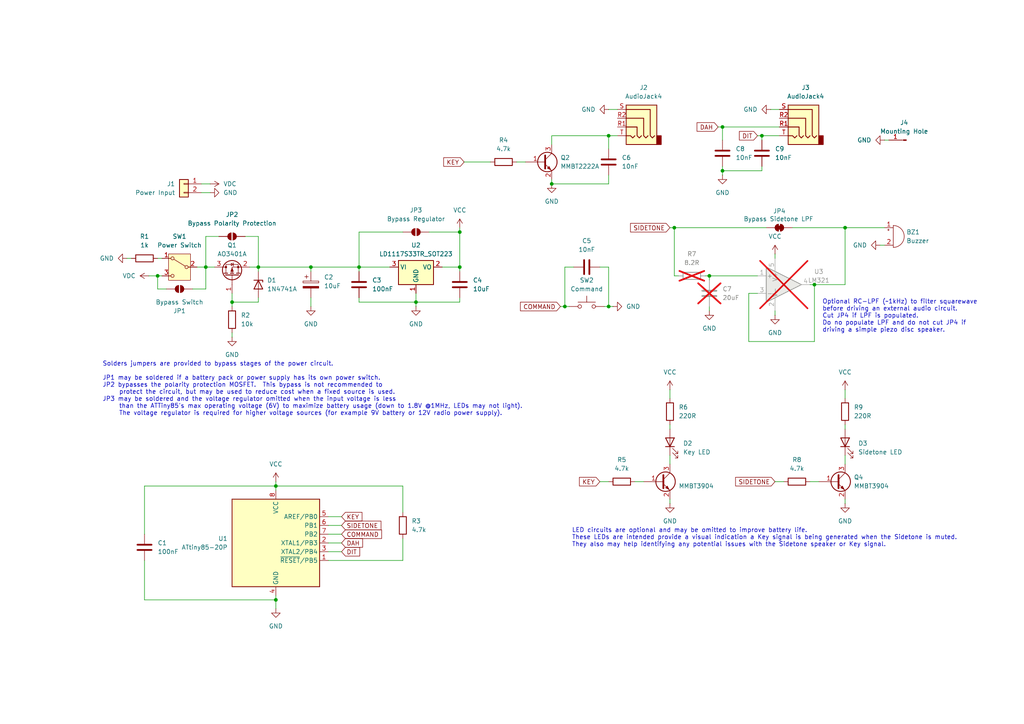
<source format=kicad_sch>
(kicad_sch (version 20231120) (generator "eeschema") (generator_version "8.0")
  (paper "A4")
  (lib_symbols
    (symbol "Amplifier_Operational:LM321" (pin_names (offset 0.127))
      (property "Reference" "U" (at 0 7.62 0))
      (property "Value" "LM321" (at 0 5.08 0))
      (symbol "LM321_0_1"
        (polyline (pts (xy -5.08 5.08) (xy 5.08 0) (xy -5.08 -5.08) (xy -5.08 5.08)) (stroke (width 0.254)) (fill (type background)))
      )
      (symbol "LM321_1_1"
        (pin input line (at -7.62 2.54 0) (length 2.54) (name "+") (number "1"))
        (pin power_in line (at -2.54 -7.62 90) (length 3.81) (name "V-") (number "2"))
        (pin input line (at -7.62 -2.54 0) (length 2.54) (name "-") (number "3"))
        (pin output line (at 7.62 0 180) (length 2.54) (name "~") (number "4"))
        (pin power_in line (at -2.54 7.62 270) (length 3.81) (name "V+") (number "5"))
      )
    )
    (symbol "Connector:Conn_01x01_Pin" (pin_names (offset 1.016) hide)
      (property "Reference" "J" (at 0 2.54 0))
      (property "Value" "Conn_01x01_Pin" (at 0 -2.54 0))
      (symbol "Conn_01x01_Pin_1_1"
        (polyline (pts (xy 1.27 0) (xy 0.8636 0)) (stroke (width 0.1524)))
        (rectangle (start 0.8636 0.127) (end 0 -0.127) (stroke (width 0.1524)) (fill (type outline)))
        (pin passive line (at 5.08 0 180) (length 3.81) (name "Pin_1") (number "1"))
      )
    )
    (symbol "Connector_Audio:AudioJack4"
      (property "Reference" "J" (at 0 8.89 0))
      (property "Value" "AudioJack4" (at 0 6.35 0))
      (symbol "AudioJack4_0_1"
        (rectangle (start -6.35 -5.08) (end -7.62 -7.62) (stroke (width 0.254)) (fill (type outline)))
        (polyline (pts (xy 0 -5.08) (xy 0.635 -5.715) (xy 1.27 -5.08) (xy 2.54 -5.08)) (stroke (width 0.254)))
        (polyline (pts (xy -5.715 -5.08) (xy -5.08 -5.715) (xy -4.445 -5.08) (xy -4.445 2.54) (xy 2.54 2.54)) (stroke (width 0.254)))
        (polyline (pts (xy -1.905 -5.08) (xy -1.27 -5.715) (xy -0.635 -5.08) (xy -0.635 -2.54) (xy 2.54 -2.54)) (stroke (width 0.254)))
        (polyline (pts (xy 2.54 0) (xy -2.54 0) (xy -2.54 -5.08) (xy -3.175 -5.715) (xy -3.81 -5.08)) (stroke (width 0.254)))
        (rectangle (start 2.54 3.81) (end -6.35 -7.62) (stroke (width 0.254)) (fill (type background)))
      )
      (symbol "AudioJack4_1_1"
        (pin passive line (at 5.08 -2.54 180) (length 2.54) (name "~") (number "R1"))
        (pin passive line (at 5.08 0 180) (length 2.54) (name "~") (number "R2"))
        (pin passive line (at 5.08 2.54 180) (length 2.54) (name "~") (number "S"))
        (pin passive line (at 5.08 -5.08 180) (length 2.54) (name "~") (number "T"))
      )
    )
    (symbol "Connector_Generic:Conn_01x02" (pin_names (offset 1.016) hide)
      (property "Reference" "J" (at 0 2.54 0))
      (property "Value" "Conn_01x02" (at 0 -5.08 0))
      (symbol "Conn_01x02_1_1"
        (rectangle (start -1.27 -2.413) (end 0 -2.667) (stroke (width 0.1524)))
        (rectangle (start -1.27 0.127) (end 0 -0.127) (stroke (width 0.1524)))
        (rectangle (start -1.27 1.27) (end 1.27 -3.81) (stroke (width 0.254)) (fill (type background)))
        (pin passive line (at -5.08 0 0) (length 3.81) (name "Pin_1") (number "1"))
        (pin passive line (at -5.08 -2.54 0) (length 3.81) (name "Pin_2") (number "2"))
      )
    )
    (symbol "Device:Buzzer" (pin_names (offset 0.0254) hide)
      (property "Reference" "BZ" (at 3.81 1.27 0))
      (property "Value" "Buzzer" (at 3.81 -1.27 0))
      (symbol "Buzzer_0_1"
        (arc (start 0 -3.175) (mid 3.1612 0) (end 0 3.175))
        (polyline (pts (xy -1.651 1.905) (xy -1.143 1.905)))
        (polyline (pts (xy -1.397 2.159) (xy -1.397 1.651)))
        (polyline (pts (xy 0 3.175) (xy 0 -3.175)))
      )
      (symbol "Buzzer_1_1"
        (pin passive line (at -2.54 2.54 0) (length 2.54) (name "+") (number "1"))
        (pin passive line (at -2.54 -2.54 0) (length 2.54) (name "-") (number "2"))
      )
    )
    (symbol "Device:C" (pin_numbers hide) (pin_names (offset 0.254))
      (property "Reference" "C" (at 0.635 2.54 0))
      (property "Value" "C" (at 0.635 -2.54 0))
      (symbol "C_0_1"
        (polyline (pts (xy -2.032 -0.762) (xy 2.032 -0.762)) (stroke (width 0.508)))
        (polyline (pts (xy -2.032 0.762) (xy 2.032 0.762)) (stroke (width 0.508)))
      )
      (symbol "C_1_1"
        (pin passive line (at 0 3.81 270) (length 2.794) (name "~") (number "1"))
        (pin passive line (at 0 -3.81 90) (length 2.794) (name "~") (number "2"))
      )
    )
    (symbol "Device:C_Polarized" (pin_numbers hide) (pin_names (offset 0.254))
      (property "Reference" "C" (at 0.635 2.54 0))
      (property "Value" "C_Polarized" (at 0.635 -2.54 0))
      (symbol "C_Polarized_0_1"
        (rectangle (start -2.286 0.508) (end 2.286 1.016))
        (polyline (pts (xy -1.778 2.286) (xy -0.762 2.286)))
        (polyline (pts (xy -1.27 2.794) (xy -1.27 1.778)))
        (rectangle (start 2.286 -0.508) (end -2.286 -1.016) (fill (type outline)))
      )
      (symbol "C_Polarized_1_1"
        (pin passive line (at 0 3.81 270) (length 2.794) (name "~") (number "1"))
        (pin passive line (at 0 -3.81 90) (length 2.794) (name "~") (number "2"))
      )
    )
    (symbol "Device:LED" (pin_numbers hide) (pin_names (offset 1.016) hide)
      (property "Reference" "D" (at 0 2.54 0))
      (property "Value" "LED" (at 0 -2.54 0))
      (symbol "LED_0_1"
        (polyline (pts (xy -1.27 -1.27) (xy -1.27 1.27)) (stroke (width 0.254)))
        (polyline (pts (xy -1.27 0) (xy 1.27 0)))
        (polyline (pts (xy 1.27 -1.27) (xy 1.27 1.27) (xy -1.27 0) (xy 1.27 -1.27)) (stroke (width 0.254)))
        (polyline (pts (xy -3.048 -0.762) (xy -4.572 -2.286) (xy -3.81 -2.286) (xy -4.572 -2.286) (xy -4.572 -1.524)))
        (polyline (pts (xy -1.778 -0.762) (xy -3.302 -2.286) (xy -2.54 -2.286) (xy -3.302 -2.286) (xy -3.302 -1.524)))
      )
      (symbol "LED_1_1"
        (pin passive line (at -3.81 0 0) (length 2.54) (name "K") (number "1"))
        (pin passive line (at 3.81 0 180) (length 2.54) (name "A") (number "2"))
      )
    )
    (symbol "Device:R" (pin_numbers hide) (pin_names (offset 0))
      (property "Reference" "R" (at 2.032 0 90))
      (property "Value" "R" (at 0 0 90))
      (symbol "R_0_1"
        (rectangle (start -1.016 -2.54) (end 1.016 2.54) (stroke (width 0.254)))
      )
      (symbol "R_1_1"
        (pin passive line (at 0 3.81 270) (length 1.27) (name "~") (number "1"))
        (pin passive line (at 0 -3.81 90) (length 1.27) (name "~") (number "2"))
      )
    )
    (symbol "Diode:1N47xxA" (pin_numbers hide) (pin_names hide)
      (property "Reference" "D" (at 0 2.54 0))
      (property "Value" "1N47xxA" (at 0 -2.54 0))
      (symbol "1N47xxA_0_1"
        (polyline (pts (xy 1.27 0) (xy -1.27 0)))
        (polyline (pts (xy -1.27 -1.27) (xy -1.27 1.27) (xy -0.762 1.27)) (stroke (width 0.254)))
        (polyline (pts (xy 1.27 -1.27) (xy 1.27 1.27) (xy -1.27 0) (xy 1.27 -1.27)) (stroke (width 0.254)))
      )
      (symbol "1N47xxA_1_1"
        (pin passive line (at -3.81 0 0) (length 2.54) (name "K") (number "1"))
        (pin passive line (at 3.81 0 180) (length 2.54) (name "A") (number "2"))
      )
    )
    (symbol "Jumper:SolderJumper_2_Bridged" (pin_numbers hide) (pin_names (offset 0) hide) (exclude_from_sim yes) (in_bom no)
      (property "Reference" "JP" (at 0 2.032 0))
      (property "Value" "SolderJumper_2_Bridged" (at 0 -2.54 0))
      (symbol "SolderJumper_2_Bridged_0_1"
        (rectangle (start -0.508 0.508) (end 0.508 -0.508) (fill (type outline)))
        (arc (start -0.254 1.016) (mid -1.2656 0) (end -0.254 -1.016))
        (arc (start -0.254 1.016) (mid -1.2656 0) (end -0.254 -1.016) (fill (type outline)))
        (polyline (pts (xy -0.254 1.016) (xy -0.254 -1.016)))
        (polyline (pts (xy 0.254 1.016) (xy 0.254 -1.016)))
        (arc (start 0.254 -1.016) (mid 1.2656 0) (end 0.254 1.016))
        (arc (start 0.254 -1.016) (mid 1.2656 0) (end 0.254 1.016) (fill (type outline)))
      )
      (symbol "SolderJumper_2_Bridged_1_1"
        (pin passive line (at -3.81 0 0) (length 2.54) (name "A") (number "1"))
        (pin passive line (at 3.81 0 180) (length 2.54) (name "B") (number "2"))
      )
    )
    (symbol "Jumper:SolderJumper_2_Open" (pin_numbers hide) (pin_names (offset 0) hide) (exclude_from_sim yes) (in_bom no)
      (property "Reference" "JP" (at 0 2.032 0))
      (property "Value" "SolderJumper_2_Open" (at 0 -2.54 0))
      (symbol "SolderJumper_2_Open_0_1"
        (arc (start -0.254 1.016) (mid -1.2656 0) (end -0.254 -1.016))
        (arc (start -0.254 1.016) (mid -1.2656 0) (end -0.254 -1.016) (fill (type outline)))
        (polyline (pts (xy -0.254 1.016) (xy -0.254 -1.016)))
        (polyline (pts (xy 0.254 1.016) (xy 0.254 -1.016)))
        (arc (start 0.254 -1.016) (mid 1.2656 0) (end 0.254 1.016))
        (arc (start 0.254 -1.016) (mid 1.2656 0) (end 0.254 1.016) (fill (type outline)))
      )
      (symbol "SolderJumper_2_Open_1_1"
        (pin passive line (at -3.81 0 0) (length 2.54) (name "A") (number "1"))
        (pin passive line (at 3.81 0 180) (length 2.54) (name "B") (number "2"))
      )
    )
    (symbol "MCU_Microchip_ATtiny:ATtiny85-20P"
      (property "Reference" "U" (at -12.7 13.97 0))
      (property "Value" "ATtiny85-20P" (at 2.54 -13.97 0))
      (symbol "ATtiny85-20P_0_1"
        (rectangle (start -12.7 -12.7) (end 12.7 12.7) (stroke (width 0.254)) (fill (type background)))
      )
      (symbol "ATtiny85-20P_1_1"
        (pin bidirectional line (at 15.24 -5.08 180) (length 2.54) (name "~{RESET}/PB5") (number "1"))
        (pin bidirectional line (at 15.24 0 180) (length 2.54) (name "XTAL1/PB3") (number "2"))
        (pin bidirectional line (at 15.24 -2.54 180) (length 2.54) (name "XTAL2/PB4") (number "3"))
        (pin power_in line (at 0 -15.24 90) (length 2.54) (name "GND") (number "4"))
        (pin bidirectional line (at 15.24 7.62 180) (length 2.54) (name "AREF/PB0") (number "5"))
        (pin bidirectional line (at 15.24 5.08 180) (length 2.54) (name "PB1") (number "6"))
        (pin bidirectional line (at 15.24 2.54 180) (length 2.54) (name "PB2") (number "7"))
        (pin power_in line (at 0 15.24 270) (length 2.54) (name "VCC") (number "8"))
      )
    )
    (symbol "Regulator_Linear:LD1117S33TR_SOT223"
      (property "Reference" "U" (at -3.81 3.175 0))
      (property "Value" "LD1117S33TR_SOT223" (at 0 3.175 0))
      (symbol "LD1117S33TR_SOT223_0_1"
        (rectangle (start -5.08 -5.08) (end 5.08 1.905) (stroke (width 0.254)) (fill (type background)))
      )
      (symbol "LD1117S33TR_SOT223_1_1"
        (pin power_in line (at 0 -7.62 90) (length 2.54) (name "GND") (number "1"))
        (pin power_out line (at 7.62 0 180) (length 2.54) (name "VO") (number "2"))
        (pin power_in line (at -7.62 0 0) (length 2.54) (name "VI") (number "3"))
      )
    )
    (symbol "Switch:SW_Push" (pin_numbers hide) (pin_names (offset 1.016) hide)
      (property "Reference" "SW" (at 1.27 2.54 0))
      (property "Value" "SW_Push" (at 0 -1.524 0))
      (symbol "SW_Push_0_1"
        (circle (center -2.032 0) (radius 0.508))
        (polyline (pts (xy 0 1.27) (xy 0 3.048)))
        (polyline (pts (xy 2.54 1.27) (xy -2.54 1.27)))
        (circle (center 2.032 0) (radius 0.508))
        (pin passive line (at -5.08 0 0) (length 2.54) (name "1") (number "1"))
        (pin passive line (at 5.08 0 180) (length 2.54) (name "2") (number "2"))
      )
    )
    (symbol "Switch:SW_SPDT" (pin_names (offset 0) hide)
      (property "Reference" "SW" (at 0 5.08 0))
      (property "Value" "SW_SPDT" (at 0 -5.08 0))
      (symbol "SW_SPDT_0_1"
        (circle (center -2.032 0) (radius 0.4572))
        (polyline (pts (xy -1.651 0.254) (xy 1.651 2.286)))
        (circle (center 2.032 -2.54) (radius 0.4572))
        (circle (center 2.032 2.54) (radius 0.4572))
      )
      (symbol "SW_SPDT_1_1"
        (rectangle (start -3.175 3.81) (end 3.175 -3.81) (fill (type background)))
        (pin passive line (at 5.08 2.54 180) (length 2.54) (name "A") (number "1"))
        (pin passive line (at -5.08 0 0) (length 2.54) (name "B") (number "2"))
        (pin passive line (at 5.08 -2.54 180) (length 2.54) (name "C") (number "3"))
      )
    )
    (symbol "Transistor_BJT:MMBT2222A" (pin_names (offset 0) hide)
      (property "Reference" "Q" (at 5.08 1.905 0))
      (property "Value" "MMBT2222A" (at 5.08 0 0))
      (symbol "MMBT2222A_0_1"
        (polyline (pts (xy 0.635 0.635) (xy 2.54 2.54)))
        (polyline (pts (xy 0.635 -0.635) (xy 2.54 -2.54) (xy 2.54 -2.54)))
        (polyline (pts (xy 0.635 1.905) (xy 0.635 -1.905) (xy 0.635 -1.905)) (stroke (width 0.508)))
        (polyline (pts (xy 1.27 -1.778) (xy 1.778 -1.27) (xy 2.286 -2.286) (xy 1.27 -1.778) (xy 1.27 -1.778)) (fill (type outline)))
        (circle (center 1.27 0) (radius 2.8194) (stroke (width 0.254)))
      )
      (symbol "MMBT2222A_1_1"
        (pin input line (at -5.08 0 0) (length 5.715) (name "B") (number "1"))
        (pin passive line (at 2.54 -5.08 90) (length 2.54) (name "E") (number "2"))
        (pin passive line (at 2.54 5.08 270) (length 2.54) (name "C") (number "3"))
      )
    )
    (symbol "Transistor_BJT:MMBT3904" (pin_names (offset 0) hide)
      (property "Reference" "Q" (at 5.08 1.905 0))
      (property "Value" "MMBT3904" (at 5.08 0 0))
      (symbol "MMBT3904_0_1"
        (polyline (pts (xy 0.635 0.635) (xy 2.54 2.54)))
        (polyline (pts (xy 0.635 -0.635) (xy 2.54 -2.54) (xy 2.54 -2.54)))
        (polyline (pts (xy 0.635 1.905) (xy 0.635 -1.905) (xy 0.635 -1.905)) (stroke (width 0.508)))
        (polyline (pts (xy 1.27 -1.778) (xy 1.778 -1.27) (xy 2.286 -2.286) (xy 1.27 -1.778) (xy 1.27 -1.778)) (fill (type outline)))
        (circle (center 1.27 0) (radius 2.8194) (stroke (width 0.254)))
      )
      (symbol "MMBT3904_1_1"
        (pin input line (at -5.08 0 0) (length 5.715) (name "B") (number "1"))
        (pin passive line (at 2.54 -5.08 90) (length 2.54) (name "E") (number "2"))
        (pin passive line (at 2.54 5.08 270) (length 2.54) (name "C") (number "3"))
      )
    )
    (symbol "Transistor_FET:AO3401A" (pin_names hide)
      (property "Reference" "Q" (at 5.08 1.905 0))
      (property "Value" "AO3401A" (at 5.08 0 0))
      (symbol "AO3401A_0_1"
        (polyline (pts (xy 0.254 0) (xy -2.54 0)))
        (polyline (pts (xy 0.254 1.905) (xy 0.254 -1.905)) (stroke (width 0.254)))
        (polyline (pts (xy 0.762 -1.27) (xy 0.762 -2.286)) (stroke (width 0.254)))
        (polyline (pts (xy 0.762 0.508) (xy 0.762 -0.508)) (stroke (width 0.254)))
        (polyline (pts (xy 0.762 2.286) (xy 0.762 1.27)) (stroke (width 0.254)))
        (polyline (pts (xy 2.54 2.54) (xy 2.54 1.778)))
        (polyline (pts (xy 2.54 -2.54) (xy 2.54 0) (xy 0.762 0)))
        (polyline (pts (xy 0.762 1.778) (xy 3.302 1.778) (xy 3.302 -1.778) (xy 0.762 -1.778)))
        (polyline (pts (xy 2.286 0) (xy 1.27 0.381) (xy 1.27 -0.381) (xy 2.286 0)) (fill (type outline)))
        (polyline (pts (xy 2.794 -0.508) (xy 2.921 -0.381) (xy 3.683 -0.381) (xy 3.81 -0.254)))
        (polyline (pts (xy 3.302 -0.381) (xy 2.921 0.254) (xy 3.683 0.254) (xy 3.302 -0.381)))
        (circle (center 1.651 0) (radius 2.794) (stroke (width 0.254)))
        (circle (center 2.54 -1.778) (radius 0.254) (fill (type outline)))
        (circle (center 2.54 1.778) (radius 0.254) (fill (type outline)))
      )
      (symbol "AO3401A_1_1"
        (pin input line (at -5.08 0 0) (length 2.54) (name "G") (number "1"))
        (pin passive line (at 2.54 -5.08 90) (length 2.54) (name "S") (number "2"))
        (pin passive line (at 2.54 5.08 270) (length 2.54) (name "D") (number "3"))
      )
    )
    (symbol "power:GND" (power) (pin_numbers hide) (pin_names (offset 0) hide)
      (property "Value" "GND" (at 0 -3.81 0))
      (symbol "GND_0_1"
        (polyline (pts (xy 0 0) (xy 0 -1.27) (xy 1.27 -1.27) (xy 0 -2.54) (xy -1.27 -1.27) (xy 0 -1.27)))
      )
      (symbol "GND_1_1"
        (pin power_in line (at 0 0 270) (length 0) (name "~") (number "1"))
      )
    )
    (symbol "power:VCC" (power) (pin_numbers hide) (pin_names (offset 0) hide)
      (property "Value" "VCC" (at 0 3.556 0))
      (symbol "VCC_0_1"
        (polyline (pts (xy -0.762 1.27) (xy 0 2.54)))
        (polyline (pts (xy 0 0) (xy 0 2.54)))
        (polyline (pts (xy 0 2.54) (xy 0.762 1.27)))
      )
      (symbol "VCC_1_1"
        (pin power_in line (at 0 0 90) (length 0) (name "~") (number "1"))
      )
    )
    (symbol "power:VDC" (power) (pin_numbers hide) (pin_names (offset 0) hide)
      (property "Value" "VDC" (at 0 3.556 0))
      (symbol "VDC_0_1"
        (polyline (pts (xy -0.762 1.27) (xy 0 2.54)))
        (polyline (pts (xy 0 0) (xy 0 2.54)))
        (polyline (pts (xy 0 2.54) (xy 0.762 1.27)))
      )
      (symbol "VDC_1_1"
        (pin power_in line (at 0 0 90) (length 0) (name "~") (number "1"))
      )
    )
  )
  (junction (at 74.93 77.47))
  (junction (at 236.22 82.55))
  (junction (at 176.53 88.9))
  (junction (at 104.14 77.47))
  (junction (at 80.01 173.99))
  (junction (at 209.55 36.83))
  (junction (at 176.53 39.37))
  (junction (at 67.31 87.63))
  (junction (at 205.74 80.01))
  (junction (at 133.35 77.47))
  (junction (at 163.83 88.9))
  (junction (at 45.72 80.01))
  (junction (at 80.01 140.97))
  (junction (at 90.17 77.47))
  (junction (at 160.02 53.34))
  (junction (at 120.65 87.63))
  (junction (at 220.98 39.37))
  (junction (at 59.69 77.47))
  (junction (at 195.58 66.04))
  (junction (at 209.55 49.53))
  (junction (at 245.11 66.04))
  (junction (at 133.35 67.31))
  (wire (pts (xy 245.11 123.19) (xy 245.11 124.46)))
  (wire (pts (xy 63.5 68.58) (xy 59.69 68.58)))
  (wire (pts (xy 128.27 77.47) (xy 133.35 77.47)))
  (wire (pts (xy 194.31 123.19) (xy 194.31 124.46)))
  (wire (pts (xy 58.42 55.88) (xy 60.96 55.88)))
  (wire (pts (xy 194.31 66.04) (xy 195.58 66.04)))
  (wire (pts (xy 234.95 82.55) (xy 236.22 82.55)))
  (wire (pts (xy 217.17 85.09) (xy 217.17 99.06)))
  (wire (pts (xy 194.31 144.78) (xy 194.31 146.05)))
  (wire (pts (xy 163.83 88.9) (xy 165.1 88.9)))
  (wire (pts (xy 176.53 88.9) (xy 177.8 88.9)))
  (wire (pts (xy 41.91 173.99) (xy 80.01 173.99)))
  (wire (pts (xy 205.74 90.17) (xy 205.74 88.9)))
  (wire (pts (xy 220.98 49.53) (xy 209.55 49.53)))
  (wire (pts (xy 173.99 77.47) (xy 176.53 77.47)))
  (wire (pts (xy 90.17 77.47) (xy 104.14 77.47)))
  (wire (pts (xy 45.72 80.01) (xy 46.99 80.01)))
  (wire (pts (xy 48.26 83.82) (xy 45.72 83.82)))
  (wire (pts (xy 116.84 162.56) (xy 116.84 156.21)))
  (wire (pts (xy 194.31 132.08) (xy 194.31 134.62)))
  (wire (pts (xy 176.53 50.8) (xy 176.53 53.34)))
  (wire (pts (xy 59.69 77.47) (xy 62.23 77.47)))
  (wire (pts (xy 67.31 96.52) (xy 67.31 97.79)))
  (wire (pts (xy 205.74 80.01) (xy 205.74 81.28)))
  (wire (pts (xy 205.74 80.01) (xy 219.71 80.01)))
  (wire (pts (xy 45.72 83.82) (xy 45.72 80.01)))
  (wire (pts (xy 133.35 86.36) (xy 133.35 87.63)))
  (wire (pts (xy 71.12 68.58) (xy 74.93 68.58)))
  (wire (pts (xy 195.58 66.04) (xy 222.25 66.04)))
  (wire (pts (xy 80.01 139.7) (xy 80.01 140.97)))
  (wire (pts (xy 220.98 40.64) (xy 220.98 39.37)))
  (wire (pts (xy 95.25 152.4) (xy 99.06 152.4)))
  (wire (pts (xy 95.25 157.48) (xy 99.06 157.48)))
  (wire (pts (xy 245.11 66.04) (xy 256.54 66.04)))
  (wire (pts (xy 104.14 86.36) (xy 104.14 87.63)))
  (wire (pts (xy 163.83 77.47) (xy 163.83 88.9)))
  (wire (pts (xy 133.35 77.47) (xy 133.35 67.31)))
  (wire (pts (xy 104.14 77.47) (xy 104.14 78.74)))
  (wire (pts (xy 175.26 88.9) (xy 176.53 88.9)))
  (wire (pts (xy 224.79 139.7) (xy 227.33 139.7)))
  (wire (pts (xy 134.62 46.99) (xy 142.24 46.99)))
  (wire (pts (xy 133.35 77.47) (xy 133.35 78.74)))
  (wire (pts (xy 229.87 66.04) (xy 245.11 66.04)))
  (wire (pts (xy 220.98 39.37) (xy 226.06 39.37)))
  (wire (pts (xy 176.53 77.47) (xy 176.53 88.9)))
  (wire (pts (xy 194.31 113.03) (xy 194.31 115.57)))
  (wire (pts (xy 245.11 144.78) (xy 245.11 146.05)))
  (wire (pts (xy 195.58 66.04) (xy 195.58 80.01)))
  (wire (pts (xy 204.47 80.01) (xy 205.74 80.01)))
  (wire (pts (xy 224.79 73.66) (xy 224.79 74.93)))
  (wire (pts (xy 43.18 80.01) (xy 45.72 80.01)))
  (wire (pts (xy 55.88 83.82) (xy 59.69 83.82)))
  (wire (pts (xy 133.35 67.31) (xy 133.35 66.04)))
  (wire (pts (xy 41.91 162.56) (xy 41.91 173.99)))
  (wire (pts (xy 95.25 149.86) (xy 99.06 149.86)))
  (wire (pts (xy 209.55 49.53) (xy 209.55 50.8)))
  (wire (pts (xy 176.53 53.34) (xy 160.02 53.34)))
  (wire (pts (xy 179.07 39.37) (xy 176.53 39.37)))
  (wire (pts (xy 166.37 77.47) (xy 163.83 77.47)))
  (wire (pts (xy 176.53 31.75) (xy 179.07 31.75)))
  (wire (pts (xy 74.93 68.58) (xy 74.93 77.47)))
  (wire (pts (xy 234.95 139.7) (xy 237.49 139.7)))
  (wire (pts (xy 104.14 67.31) (xy 104.14 77.47)))
  (wire (pts (xy 80.01 173.99) (xy 80.01 176.53)))
  (wire (pts (xy 74.93 87.63) (xy 67.31 87.63)))
  (wire (pts (xy 72.39 77.47) (xy 74.93 77.47)))
  (wire (pts (xy 120.65 87.63) (xy 120.65 88.9)))
  (wire (pts (xy 116.84 67.31) (xy 104.14 67.31)))
  (wire (pts (xy 74.93 86.36) (xy 74.93 87.63)))
  (wire (pts (xy 149.86 46.99) (xy 152.4 46.99)))
  (wire (pts (xy 58.42 53.34) (xy 60.96 53.34)))
  (wire (pts (xy 220.98 48.26) (xy 220.98 49.53)))
  (wire (pts (xy 104.14 77.47) (xy 113.03 77.47)))
  (wire (pts (xy 67.31 87.63) (xy 67.31 88.9)))
  (wire (pts (xy 160.02 52.07) (xy 160.02 53.34)))
  (wire (pts (xy 176.53 39.37) (xy 160.02 39.37)))
  (wire (pts (xy 36.83 74.93) (xy 38.1 74.93)))
  (wire (pts (xy 223.52 31.75) (xy 226.06 31.75)))
  (wire (pts (xy 67.31 85.09) (xy 67.31 87.63)))
  (wire (pts (xy 256.54 40.64) (xy 257.81 40.64)))
  (wire (pts (xy 80.01 140.97) (xy 80.01 142.24)))
  (wire (pts (xy 80.01 140.97) (xy 41.91 140.97)))
  (wire (pts (xy 236.22 82.55) (xy 245.11 82.55)))
  (wire (pts (xy 208.28 36.83) (xy 209.55 36.83)))
  (wire (pts (xy 116.84 140.97) (xy 80.01 140.97)))
  (wire (pts (xy 256.54 71.12) (xy 255.27 71.12)))
  (wire (pts (xy 41.91 140.97) (xy 41.91 154.94)))
  (wire (pts (xy 219.71 39.37) (xy 220.98 39.37)))
  (wire (pts (xy 236.22 82.55) (xy 236.22 99.06)))
  (wire (pts (xy 245.11 132.08) (xy 245.11 134.62)))
  (wire (pts (xy 245.11 82.55) (xy 245.11 66.04)))
  (wire (pts (xy 209.55 36.83) (xy 209.55 40.64)))
  (wire (pts (xy 195.58 80.01) (xy 196.85 80.01)))
  (wire (pts (xy 224.79 90.17) (xy 224.79 91.44)))
  (wire (pts (xy 217.17 85.09) (xy 219.71 85.09)))
  (wire (pts (xy 226.06 36.83) (xy 209.55 36.83)))
  (wire (pts (xy 90.17 86.36) (xy 90.17 88.9)))
  (wire (pts (xy 95.25 160.02) (xy 99.06 160.02)))
  (wire (pts (xy 80.01 172.72) (xy 80.01 173.99)))
  (wire (pts (xy 209.55 48.26) (xy 209.55 49.53)))
  (wire (pts (xy 59.69 68.58) (xy 59.69 77.47)))
  (wire (pts (xy 74.93 77.47) (xy 74.93 78.74)))
  (wire (pts (xy 45.72 74.93) (xy 46.99 74.93)))
  (wire (pts (xy 95.25 162.56) (xy 116.84 162.56)))
  (wire (pts (xy 95.25 154.94) (xy 99.06 154.94)))
  (wire (pts (xy 116.84 148.59) (xy 116.84 140.97)))
  (wire (pts (xy 124.46 67.31) (xy 133.35 67.31)))
  (wire (pts (xy 184.15 139.7) (xy 186.69 139.7)))
  (wire (pts (xy 59.69 83.82) (xy 59.69 77.47)))
  (wire (pts (xy 57.15 77.47) (xy 59.69 77.47)))
  (wire (pts (xy 133.35 87.63) (xy 120.65 87.63)))
  (wire (pts (xy 90.17 77.47) (xy 90.17 78.74)))
  (wire (pts (xy 236.22 99.06) (xy 217.17 99.06)))
  (wire (pts (xy 162.56 88.9) (xy 163.83 88.9)))
  (wire (pts (xy 176.53 139.7) (xy 173.99 139.7)))
  (wire (pts (xy 160.02 39.37) (xy 160.02 41.91)))
  (wire (pts (xy 104.14 87.63) (xy 120.65 87.63)))
  (wire (pts (xy 120.65 85.09) (xy 120.65 87.63)))
  (wire (pts (xy 245.11 113.03) (xy 245.11 115.57)))
  (wire (pts (xy 74.93 77.47) (xy 90.17 77.47)))
  (wire (pts (xy 176.53 39.37) (xy 176.53 43.18)))
  (text "Optional RC-LPF (~1kHz) to filter squarewave \nbefore driving an external audio circuit.\nCut JP4 if LPF is populated.  \nDo no populate LPF and do not cut JP4 if \ndriving a simple piezo disc speaker." (at 238.506 91.694 0) (effects (font (size 1.27 1.27)) (justify left)))
  (text "LED circuits are optional and may be omitted to improve battery life.  \nThese LEDs are intended provide a visual indication a Key signal is being generated when the Sidetone is muted.  \nThey also may help identifying any potential issues with the Sidetone speaker or Key signal.\n\n" (at 165.862 156.972 0) (effects (font (size 1.27 1.27)) (justify left)))
  (text "Solders jumpers are provided to bypass stages of the power circuit.\n\nJP1 may be soldered if a battery pack or power supply has its own power switch.\nJP2 bypasses the polarity protection MOSFET.  This bypass is not recommended to \n	protect the circuit, but may be used to reduce cost when a fixed source is used.\nJP3 may be soldered and the voltage regulator omitted when the input voltage is less \n	than the ATTiny85's max operating voltage (6V) to maximize battery usage (down to 1.8V @1MHz, LEDs may not light).\n	The voltage regulator is required for higher voltage sources (for example 9V battery or 12V radio power supply)." (at 29.718 112.776 0) (effects (font (size 1.27 1.27)) (justify left)))
  (global_label "COMMAND" (shape input) (at 99.06 154.94 0) (property "Intersheetrefs" "${INTERSHEET_REFS}" (effects (hide yes))))
  (global_label "KEY" (shape input) (at 134.62 46.99 180) (property "Intersheetrefs" "${INTERSHEET_REFS}" (effects (hide yes))))
  (global_label "DIT" (shape input) (at 99.06 160.02 0) (property "Intersheetrefs" "${INTERSHEET_REFS}" (effects (hide yes))))
  (global_label "SIDETONE" (shape input) (at 194.31 66.04 180) (property "Intersheetrefs" "${INTERSHEET_REFS}" (effects (hide yes))))
  (global_label "DIT" (shape input) (at 219.71 39.37 180) (property "Intersheetrefs" "${INTERSHEET_REFS}" (effects (hide yes))))
  (global_label "DAH" (shape input) (at 99.06 157.48 0) (property "Intersheetrefs" "${INTERSHEET_REFS}" (effects (hide yes))))
  (global_label "DAH" (shape input) (at 208.28 36.83 180) (property "Intersheetrefs" "${INTERSHEET_REFS}" (effects (hide yes))))
  (global_label "SIDETONE" (shape input) (at 224.79 139.7 180) (property "Intersheetrefs" "${INTERSHEET_REFS}" (effects (hide yes))))
  (global_label "KEY" (shape input) (at 99.06 149.86 0) (property "Intersheetrefs" "${INTERSHEET_REFS}" (effects (hide yes))))
  (global_label "COMMAND" (shape input) (at 162.56 88.9 180) (property "Intersheetrefs" "${INTERSHEET_REFS}" (effects (hide yes))))
  (global_label "KEY" (shape input) (at 173.99 139.7 180) (property "Intersheetrefs" "${INTERSHEET_REFS}" (effects (hide yes))))
  (global_label "SIDETONE" (shape input) (at 99.06 152.4 0) (property "Intersheetrefs" "${INTERSHEET_REFS}" (effects (hide yes))))
  (symbol (lib_id "Device:C") (at 41.91 158.75 0) (unit 1)
    (property "Reference" "C1" (at 45.72 157.4799 0) (effects (justify left)))
    (property "Value" "100nF" (at 45.72 160.0199 0) (effects (justify left)))
    (property "Footprint" "Capacitor_SMD:C_0603_1608Metric_Pad1.08x0.95mm_HandSolder" (effects (hide yes)))
    (property "Description" "Unpolarized capacitor" (effects (hide yes)))
  )
  (symbol (lib_id "power:VCC") (at 80.01 139.7 0) (unit 1)
    (property "Reference" "#PWR06" (effects (hide yes)))
    (property "Value" "VCC" (at 80.01 134.62 0))
    (property "Description" "Power symbol creates a global label with name \"VCC\"" (effects (hide yes)))
  )
  (symbol (lib_id "power:GND") (at 90.17 88.9 0) (unit 1)
    (property "Reference" "#PWR08" (effects (hide yes)))
    (property "Value" "GND" (at 90.17 93.98 0))
    (property "Description" "Power symbol creates a global label with name \"GND\" , ground" (effects (hide yes)))
  )
  (symbol (lib_id "Device:C") (at 170.18 77.47 90) (unit 1)
    (property "Reference" "C5" (at 170.18 69.85 90))
    (property "Value" "10nF" (at 170.18 72.39 90))
    (property "Footprint" "Capacitor_SMD:C_0603_1608Metric_Pad1.08x0.95mm_HandSolder" (effects (hide yes)))
    (property "Description" "Unpolarized capacitor" (effects (hide yes)))
  )
  (symbol (lib_id "Device:LED") (at 245.11 128.27 90) (unit 1)
    (property "Reference" "D3" (at 248.92 128.5874 90) (effects (justify right)))
    (property "Value" "Sidetone LED" (at 248.92 131.1274 90) (effects (justify right)))
    (property "Footprint" "LED_SMD:LED_0603_1608Metric_Pad1.05x0.95mm_HandSolder" (effects (hide yes)))
    (property "Description" "Light emitting diode" (effects (hide yes)))
  )
  (symbol (lib_id "Connector_Audio:AudioJack4") (at 231.14 34.29 0) (mirror y) (unit 1)
    (property "Reference" "J3" (at 233.68 25.4 0))
    (property "Value" "AudioJack4" (at 233.68 27.94 0))
    (property "Footprint" "Connector_Audio:Jack_3.5mm_PJ320D_Horizontal" (effects (hide yes)))
    (property "Description" "Audio Jack, 4 Poles (TRRS)" (effects (hide yes)))
  )
  (symbol (lib_id "power:GND") (at 194.31 146.05 0) (unit 1)
    (property "Reference" "#PWR015" (effects (hide yes)))
    (property "Value" "GND" (at 194.31 151.13 0))
    (property "Description" "Power symbol creates a global label with name \"GND\" , ground" (effects (hide yes)))
  )
  (symbol (lib_id "Device:C") (at 133.35 82.55 0) (unit 1)
    (property "Reference" "C4" (at 137.16 81.2799 0) (effects (justify left)))
    (property "Value" "10uF" (at 137.16 83.8199 0) (effects (justify left)))
    (property "Footprint" "Capacitor_SMD:C_0603_1608Metric_Pad1.08x0.95mm_HandSolder" (effects (hide yes)))
    (property "Description" "Unpolarized capacitor" (effects (hide yes)))
  )
  (symbol (lib_id "Jumper:SolderJumper_2_Open") (at 67.31 68.58 0) (unit 1) (exclude_from_sim yes) (in_bom no)
    (property "Reference" "JP2" (at 67.31 62.23 0))
    (property "Value" "Bypass Polarity Protection" (at 67.31 64.77 0))
    (property "Footprint" "Jumper:SolderJumper-2_P1.3mm_Open_RoundedPad1.0x1.5mm" (effects (hide yes)))
    (property "Description" "Solder Jumper, 2-pole, open" (effects (hide yes)))
  )
  (symbol (lib_id "power:GND") (at 209.55 50.8 0) (unit 1)
    (property "Reference" "#PWR017" (effects (hide yes)))
    (property "Value" "GND" (at 209.55 55.88 0))
    (property "Description" "Power symbol creates a global label with name \"GND\" , ground" (effects (hide yes)))
  )
  (symbol (lib_id "Regulator_Linear:LD1117S33TR_SOT223") (at 120.65 77.47 0) (unit 1)
    (property "Reference" "U2" (at 120.65 71.12 0))
    (property "Value" "LD1117S33TR_SOT223" (at 120.65 73.66 0))
    (property "Footprint" "Package_TO_SOT_SMD:SOT-223-3_TabPin2" (effects (hide yes)))
    (property "Datasheet" "http://www.st.com/st-web-ui/static/active/en/resource/technical/document/datasheet/CD00000544.pdf" (effects (hide yes)))
    (property "Description" "800mA Fixed Low Drop Positive Voltage Regulator, Fixed Output 3.3V, SOT-223" (effects (hide yes)))
  )
  (symbol (lib_id "Device:R") (at 200.66 80.01 270) (unit 1) (dnp yes)
    (property "Reference" "R7" (at 200.66 73.66 90))
    (property "Value" "8.2R" (at 200.66 76.2 90))
    (property "Footprint" "Resistor_SMD:R_0603_1608Metric_Pad0.98x0.95mm_HandSolder" (effects (hide yes)))
    (property "Description" "Resistor" (effects (hide yes)))
  )
  (symbol (lib_id "Connector_Generic:Conn_01x02") (at 53.34 53.34 0) (mirror y) (unit 1)
    (property "Reference" "J1" (at 50.8 53.3399 0) (effects (justify left)))
    (property "Value" "Power Input" (at 50.8 55.8799 0) (effects (justify left)))
    (property "Footprint" "Connector_JST:JST_XH_B2B-XH-A_1x02_P2.50mm_Vertical" (effects (hide yes)))
    (property "Description" "Generic connector, single row, 01x02, script generated (kicad-library-utils/schlib/autogen/connector/)" (effects (hide yes)))
  )
  (symbol (lib_id "Jumper:SolderJumper_2_Bridged") (at 226.06 66.04 0) (unit 1) (exclude_from_sim yes) (in_bom no)
    (property "Reference" "JP4" (at 226.06 61.214 0))
    (property "Value" "Bypass Sidetone LPF" (at 225.806 63.5 0))
    (property "Footprint" "Jumper:SolderJumper-2_P1.3mm_Bridged_RoundedPad1.0x1.5mm" (effects (hide yes)))
    (property "Description" "Solder Jumper, 2-pole, closed/bridged" (effects (hide yes)))
  )
  (symbol (lib_id "power:GND") (at 255.27 71.12 270) (unit 1)
    (property "Reference" "#PWR023" (effects (hide yes)))
    (property "Value" "GND" (at 251.46 71.1199 90) (effects (justify right)))
    (property "Description" "Power symbol creates a global label with name \"GND\" , ground" (effects (hide yes)))
  )
  (symbol (lib_id "Device:C") (at 205.74 85.09 0) (unit 1) (dnp yes)
    (property "Reference" "C7" (at 209.55 83.8199 0) (effects (justify left)))
    (property "Value" "20uF" (at 209.55 86.3599 0) (effects (justify left)))
    (property "Footprint" "Capacitor_SMD:C_0603_1608Metric_Pad1.08x0.95mm_HandSolder" (effects (hide yes)))
    (property "Description" "Unpolarized capacitor" (effects (hide yes)))
  )
  (symbol (lib_id "Device:LED") (at 194.31 128.27 90) (unit 1)
    (property "Reference" "D2" (at 198.12 128.5874 90) (effects (justify right)))
    (property "Value" "Key LED" (at 198.12 131.1274 90) (effects (justify right)))
    (property "Footprint" "LED_SMD:LED_0603_1608Metric_Pad1.05x0.95mm_HandSolder" (effects (hide yes)))
    (property "Description" "Light emitting diode" (effects (hide yes)))
  )
  (symbol (lib_id "Transistor_BJT:MMBT2222A") (at 157.48 46.99 0) (unit 1)
    (property "Reference" "Q2" (at 162.56 45.7199 0) (effects (justify left)))
    (property "Value" "MMBT2222A" (at 162.56 48.2599 0) (effects (justify left)))
    (property "Footprint" "Package_TO_SOT_SMD:SOT-23" (effects (hide yes)))
    (property "Datasheet" "https://assets.nexperia.com/documents/data-sheet/MMBT2222A.pdf" (effects (hide yes)))
    (property "Description" "600mA Ic, 40V Vce, NPN Transistor, SOT-23" (effects (hide yes)))
  )
  (symbol (lib_id "power:GND") (at 245.11 146.05 0) (unit 1)
    (property "Reference" "#PWR022" (effects (hide yes)))
    (property "Value" "GND" (at 245.11 151.13 0))
    (property "Description" "Power symbol creates a global label with name \"GND\" , ground" (effects (hide yes)))
  )
  (symbol (lib_id "Device:R") (at 146.05 46.99 90) (unit 1)
    (property "Reference" "R4" (at 146.05 40.64 90))
    (property "Value" "4.7k" (at 146.05 43.18 90))
    (property "Footprint" "Resistor_SMD:R_0603_1608Metric_Pad0.98x0.95mm_HandSolder" (effects (hide yes)))
    (property "Description" "Resistor" (effects (hide yes)))
  )
  (symbol (lib_id "power:VDC") (at 60.96 53.34 270) (unit 1)
    (property "Reference" "#PWR03" (effects (hide yes)))
    (property "Value" "VDC" (at 64.77 53.3399 90) (effects (justify left)))
    (property "Description" "Power symbol creates a global label with name \"VDC\"" (effects (hide yes)))
  )
  (symbol (lib_id "power:VDC") (at 43.18 80.01 90) (unit 1)
    (property "Reference" "#PWR02" (effects (hide yes)))
    (property "Value" "VDC" (at 39.37 80.0099 90) (effects (justify left)))
    (property "Description" "Power symbol creates a global label with name \"VDC\"" (effects (hide yes)))
  )
  (symbol (lib_id "power:GND") (at 60.96 55.88 90) (unit 1)
    (property "Reference" "#PWR04" (effects (hide yes)))
    (property "Value" "GND" (at 64.77 55.8799 90) (effects (justify right)))
    (property "Description" "Power symbol creates a global label with name \"GND\" , ground" (effects (hide yes)))
  )
  (symbol (lib_id "Device:R") (at 194.31 119.38 0) (unit 1)
    (property "Reference" "R6" (at 196.85 118.1099 0) (effects (justify left)))
    (property "Value" "220R" (at 196.85 120.6499 0) (effects (justify left)))
    (property "Footprint" "Resistor_SMD:R_0603_1608Metric_Pad0.98x0.95mm_HandSolder" (effects (hide yes)))
    (property "Description" "Resistor" (effects (hide yes)))
  )
  (symbol (lib_id "Transistor_BJT:MMBT3904") (at 191.77 139.7 0) (unit 1)
    (property "Reference" "Q3" (effects (hide yes)))
    (property "Value" "MMBT3904" (at 196.85 140.9699 0) (effects (justify left)))
    (property "Footprint" "Package_TO_SOT_SMD:SOT-23" (effects (hide yes)))
    (property "Datasheet" "https://www.onsemi.com/pdf/datasheet/pzt3904-d.pdf" (effects (hide yes)))
    (property "Description" "0.2A Ic, 40V Vce, Small Signal NPN Transistor, SOT-23" (effects (hide yes)))
  )
  (symbol (lib_id "power:GND") (at 223.52 31.75 270) (unit 1)
    (property "Reference" "#PWR018" (effects (hide yes)))
    (property "Value" "GND" (at 219.71 31.7499 90) (effects (justify right)))
    (property "Description" "Power symbol creates a global label with name \"GND\" , ground" (effects (hide yes)))
  )
  (symbol (lib_id "Amplifier_Operational:LM321") (at 227.33 82.55 0) (unit 1) (dnp yes)
    (property "Reference" "U3" (at 237.49 78.7714 0))
    (property "Value" "LM321" (at 237.49 81.3114 0))
    (property "Footprint" "Package_TO_SOT_SMD:SOT-23-5" (effects (hide yes)))
    (property "Datasheet" "http://www.ti.com/lit/ds/symlink/lm321.pdf" (effects (hide yes)))
    (property "Description" "Low Power Single Operational Amplifier, SOT-23-5" (effects (hide yes)))
  )
  (symbol (lib_id "Transistor_FET:AO3401A") (at 67.31 80.01 90) (unit 1)
    (property "Reference" "Q1" (at 67.31 71.12 90))
    (property "Value" "AO3401A" (at 67.31 73.66 90))
    (property "Footprint" "Package_TO_SOT_SMD:SOT-23" (effects (hide yes)))
    (property "Datasheet" "http://www.aosmd.com/pdfs/datasheet/AO3401A.pdf" (effects (hide yes)))
    (property "Description" "-4.0A Id, -30V Vds, P-Channel MOSFET, SOT-23" (effects (hide yes)))
  )
  (symbol (lib_id "power:GND") (at 36.83 74.93 270) (unit 1)
    (property "Reference" "#PWR01" (effects (hide yes)))
    (property "Value" "GND" (at 33.02 74.9299 90) (effects (justify right)))
    (property "Description" "Power symbol creates a global label with name \"GND\" , ground" (effects (hide yes)))
  )
  (symbol (lib_id "Switch:SW_SPDT") (at 52.07 77.47 0) (mirror y) (unit 1)
    (property "Reference" "SW1" (at 52.07 68.58 0))
    (property "Value" "Power Switch" (at 52.07 71.12 0))
    (property "Footprint" "Connector_JST:JST_XH_B3B-XH-A_1x03_P2.50mm_Vertical" (effects (hide yes)))
    (property "Description" "Switch, single pole double throw" (effects (hide yes)))
  )
  (symbol (lib_id "Switch:SW_Push") (at 170.18 88.9 0) (unit 1)
    (property "Reference" "SW2" (at 170.18 81.28 0))
    (property "Value" "Command" (at 170.18 83.82 0))
    (property "Footprint" "Button_Switch_THT:SW_PUSH_6mm" (effects (hide yes)))
    (property "Description" "Push button switch, generic, two pins" (effects (hide yes)))
  )
  (symbol (lib_id "Device:C") (at 220.98 44.45 0) (unit 1)
    (property "Reference" "C9" (at 224.79 43.1799 0) (effects (justify left)))
    (property "Value" "10nF" (at 224.79 45.7199 0) (effects (justify left)))
    (property "Footprint" "Capacitor_SMD:C_0603_1608Metric_Pad1.08x0.95mm_HandSolder" (effects (hide yes)))
    (property "Description" "Unpolarized capacitor" (effects (hide yes)))
  )
  (symbol (lib_id "Connector:Conn_01x01_Pin") (at 262.89 40.64 180) (unit 1)
    (property "Reference" "J4" (at 262.255 35.56 0))
    (property "Value" "Mounting Hole" (at 262.255 38.1 0))
    (property "Footprint" "MountingHole:MountingHole_3.2mm_M3_Pad_TopBottom" (effects (hide yes)))
    (property "Description" "Generic connector, single row, 01x01, script generated" (effects (hide yes)))
  )
  (symbol (lib_id "Device:C") (at 176.53 46.99 0) (unit 1)
    (property "Reference" "C6" (at 180.34 45.7199 0) (effects (justify left)))
    (property "Value" "10nF" (at 180.34 48.2599 0) (effects (justify left)))
    (property "Footprint" "Capacitor_SMD:C_0603_1608Metric_Pad1.08x0.95mm_HandSolder" (effects (hide yes)))
    (property "Description" "Unpolarized capacitor" (effects (hide yes)))
  )
  (symbol (lib_id "power:GND") (at 176.53 31.75 270) (unit 1)
    (property "Reference" "#PWR012" (effects (hide yes)))
    (property "Value" "GND" (at 172.72 31.7499 90) (effects (justify right)))
    (property "Description" "Power symbol creates a global label with name \"GND\" , ground" (effects (hide yes)))
  )
  (symbol (lib_id "Device:C_Polarized") (at 90.17 82.55 0) (unit 1)
    (property "Reference" "C2" (at 93.98 80.3909 0) (effects (justify left)))
    (property "Value" "10uF" (at 93.98 82.9309 0) (effects (justify left)))
    (property "Footprint" "Capacitor_THT:CP_Radial_D5.0mm_P2.00mm" (effects (hide yes)))
    (property "Description" "Polarized capacitor" (effects (hide yes)))
  )
  (symbol (lib_id "MCU_Microchip_ATtiny:ATtiny85-20P") (at 80.01 157.48 0) (unit 1)
    (property "Reference" "U1" (at 66.04 156.2099 0) (effects (justify right)))
    (property "Value" "ATtiny85-20P" (at 66.04 158.7499 0) (effects (justify right)))
    (property "Footprint" "Package_DIP:DIP-8_W7.62mm" (effects (hide yes)))
    (property "Datasheet" "http://ww1.microchip.com/downloads/en/DeviceDoc/atmel-2586-avr-8-bit-microcontroller-attiny25-attiny45-attiny85_datasheet.pdf" (effects (hide yes)))
    (property "Description" "20MHz, 8kB Flash, 512B SRAM, 512B EEPROM, debugWIRE, DIP-8" (effects (hide yes)))
  )
  (symbol (lib_id "power:VCC") (at 194.31 113.03 0) (unit 1)
    (property "Reference" "#PWR014" (effects (hide yes)))
    (property "Value" "VCC" (at 194.31 107.95 0))
    (property "Description" "Power symbol creates a global label with name \"VCC\"" (effects (hide yes)))
  )
  (symbol (lib_id "Device:C") (at 104.14 82.55 0) (unit 1)
    (property "Reference" "C3" (at 107.95 81.2799 0) (effects (justify left)))
    (property "Value" "100nF" (at 107.95 83.8199 0) (effects (justify left)))
    (property "Footprint" "Capacitor_SMD:C_0603_1608Metric_Pad1.08x0.95mm_HandSolder" (effects (hide yes)))
    (property "Description" "Unpolarized capacitor" (effects (hide yes)))
  )
  (symbol (lib_id "power:GND") (at 67.31 97.79 0) (unit 1)
    (property "Reference" "#PWR05" (effects (hide yes)))
    (property "Value" "GND" (at 67.31 102.87 0))
    (property "Description" "Power symbol creates a global label with name \"GND\" , ground" (effects (hide yes)))
  )
  (symbol (lib_id "power:GND") (at 224.79 91.44 0) (unit 1)
    (property "Reference" "#PWR020" (effects (hide yes)))
    (property "Value" "GND" (at 224.79 96.52 0))
    (property "Description" "Power symbol creates a global label with name \"GND\" , ground" (effects (hide yes)))
  )
  (symbol (lib_id "power:GND") (at 205.74 90.17 0) (unit 1)
    (property "Reference" "#PWR016" (effects (hide yes)))
    (property "Value" "GND" (at 205.74 95.25 0))
    (property "Description" "Power symbol creates a global label with name \"GND\" , ground" (effects (hide yes)))
  )
  (symbol (lib_id "power:GND") (at 160.02 53.34 0) (unit 1)
    (property "Reference" "#PWR011" (effects (hide yes)))
    (property "Value" "GND" (at 160.02 58.42 0))
    (property "Description" "Power symbol creates a global label with name \"GND\" , ground" (effects (hide yes)))
  )
  (symbol (lib_id "Diode:1N47xxA") (at 74.93 82.55 270) (unit 1)
    (property "Reference" "D1" (at 77.47 81.2799 90) (effects (justify left)))
    (property "Value" "1N4741A" (at 77.47 83.8199 90) (effects (justify left)))
    (property "Footprint" "Diode_THT:D_DO-41_SOD81_P3.81mm_Vertical_KathodeUp" (effects (hide yes)))
    (property "Datasheet" "https://www.vishay.com/docs/85816/1n4728a.pdf" (effects (hide yes)))
    (property "Description" "1300mW Silicon planar power Zener diodes, DO-41" (effects (hide yes)))
  )
  (symbol (lib_id "Device:R") (at 231.14 139.7 90) (unit 1)
    (property "Reference" "R8" (at 231.14 133.35 90))
    (property "Value" "4.7k" (at 231.14 135.89 90))
    (property "Footprint" "Resistor_SMD:R_0603_1608Metric_Pad0.98x0.95mm_HandSolder" (effects (hide yes)))
    (property "Description" "Resistor" (effects (hide yes)))
  )
  (symbol (lib_id "Jumper:SolderJumper_2_Open") (at 52.07 83.82 180) (unit 1) (exclude_from_sim yes) (in_bom no)
    (property "Reference" "JP1" (at 52.07 90.17 0))
    (property "Value" "Bypass Switch" (at 52.07 87.63 0))
    (property "Footprint" "Jumper:SolderJumper-2_P1.3mm_Open_RoundedPad1.0x1.5mm" (effects (hide yes)))
    (property "Description" "Solder Jumper, 2-pole, open" (effects (hide yes)))
  )
  (symbol (lib_id "power:GND") (at 80.01 176.53 0) (unit 1)
    (property "Reference" "#PWR07" (effects (hide yes)))
    (property "Value" "GND" (at 80.01 181.61 0))
    (property "Description" "Power symbol creates a global label with name \"GND\" , ground" (effects (hide yes)))
  )
  (symbol (lib_id "power:VCC") (at 133.35 66.04 0) (unit 1)
    (property "Reference" "#PWR010" (effects (hide yes)))
    (property "Value" "VCC" (at 133.35 60.96 0))
    (property "Description" "Power symbol creates a global label with name \"VCC\"" (effects (hide yes)))
  )
  (symbol (lib_id "power:GND") (at 177.8 88.9 90) (unit 1)
    (property "Reference" "#PWR013" (effects (hide yes)))
    (property "Value" "GND" (at 181.61 88.8999 90) (effects (justify right)))
    (property "Description" "Power symbol creates a global label with name \"GND\" , ground" (effects (hide yes)))
  )
  (symbol (lib_id "Device:R") (at 180.34 139.7 90) (unit 1)
    (property "Reference" "R5" (at 180.34 133.35 90))
    (property "Value" "4.7k" (at 180.34 135.89 90))
    (property "Footprint" "Resistor_SMD:R_0603_1608Metric_Pad0.98x0.95mm_HandSolder" (effects (hide yes)))
    (property "Description" "Resistor" (effects (hide yes)))
  )
  (symbol (lib_id "Connector_Audio:AudioJack4") (at 184.15 34.29 0) (mirror y) (unit 1)
    (property "Reference" "J2" (at 186.69 25.4 0))
    (property "Value" "AudioJack4" (at 186.69 27.94 0))
    (property "Footprint" "Connector_Audio:Jack_3.5mm_PJ320D_Horizontal" (effects (hide yes)))
    (property "Description" "Audio Jack, 4 Poles (TRRS)" (effects (hide yes)))
  )
  (symbol (lib_id "Device:Buzzer") (at 259.08 68.58 0) (unit 1)
    (property "Reference" "BZ1" (at 262.89 67.3099 0) (effects (justify left)))
    (property "Value" "Buzzer" (at 262.89 69.8499 0) (effects (justify left)))
    (property "Footprint" "Buzzer_Beeper:Buzzer_TDK_PS1240P02BT_D12.2mm_H6.5mm" (effects (hide yes)))
    (property "Description" "Buzzer, polarized" (effects (hide yes)))
  )
  (symbol (lib_id "power:GND") (at 256.54 40.64 270) (unit 1)
    (property "Reference" "#PWR024" (effects (hide yes)))
    (property "Value" "GND" (at 252.73 40.6399 90) (effects (justify right)))
    (property "Description" "Power symbol creates a global label with name \"GND\" , ground" (effects (hide yes)))
  )
  (symbol (lib_id "Transistor_BJT:MMBT3904") (at 242.57 139.7 0) (unit 1)
    (property "Reference" "Q4" (at 247.65 138.4299 0) (effects (justify left)))
    (property "Value" "MMBT3904" (at 247.65 140.9699 0) (effects (justify left)))
    (property "Footprint" "Package_TO_SOT_SMD:SOT-23" (effects (hide yes)))
    (property "Datasheet" "https://www.onsemi.com/pdf/datasheet/pzt3904-d.pdf" (effects (hide yes)))
    (property "Description" "0.2A Ic, 40V Vce, Small Signal NPN Transistor, SOT-23" (effects (hide yes)))
  )
  (symbol (lib_id "Device:R") (at 116.84 152.4 0) (unit 1)
    (property "Reference" "R3" (at 119.38 151.1299 0) (effects (justify left)))
    (property "Value" "4.7k" (at 119.38 153.6699 0) (effects (justify left)))
    (property "Footprint" "Resistor_SMD:R_0603_1608Metric_Pad0.98x0.95mm_HandSolder" (effects (hide yes)))
    (property "Description" "Resistor" (effects (hide yes)))
  )
  (symbol (lib_id "Device:R") (at 67.31 92.71 0) (unit 1)
    (property "Reference" "R2" (at 69.85 91.4399 0) (effects (justify left)))
    (property "Value" "10k" (at 69.85 93.9799 0) (effects (justify left)))
    (property "Footprint" "Resistor_SMD:R_0603_1608Metric_Pad0.98x0.95mm_HandSolder" (effects (hide yes)))
    (property "Description" "Resistor" (effects (hide yes)))
  )
  (symbol (lib_id "Device:C") (at 209.55 44.45 0) (unit 1)
    (property "Reference" "C8" (at 213.36 43.1799 0) (effects (justify left)))
    (property "Value" "10nF" (at 213.36 45.7199 0) (effects (justify left)))
    (property "Footprint" "Capacitor_SMD:C_0603_1608Metric_Pad1.08x0.95mm_HandSolder" (effects (hide yes)))
    (property "Description" "Unpolarized capacitor" (effects (hide yes)))
  )
  (symbol (lib_id "power:VCC") (at 224.79 73.66 0) (unit 1)
    (property "Reference" "#PWR019" (effects (hide yes)))
    (property "Value" "VCC" (at 224.79 68.58 0))
    (property "Description" "Power symbol creates a global label with name \"VCC\"" (effects (hide yes)))
  )
  (symbol (lib_id "power:GND") (at 120.65 88.9 0) (unit 1)
    (property "Reference" "#PWR09" (effects (hide yes)))
    (property "Value" "GND" (at 120.65 93.98 0))
    (property "Description" "Power symbol creates a global label with name \"GND\" , ground" (effects (hide yes)))
  )
  (symbol (lib_id "Jumper:SolderJumper_2_Open") (at 120.65 67.31 0) (unit 1) (exclude_from_sim yes) (in_bom no)
    (property "Reference" "JP3" (at 120.65 60.96 0))
    (property "Value" "Bypass Regulator" (at 120.65 63.5 0))
    (property "Footprint" "Jumper:SolderJumper-2_P1.3mm_Open_RoundedPad1.0x1.5mm" (effects (hide yes)))
    (property "Description" "Solder Jumper, 2-pole, open" (effects (hide yes)))
  )
  (symbol (lib_id "Device:R") (at 41.91 74.93 270) (unit 1)
    (property "Reference" "R1" (at 41.91 68.58 90))
    (property "Value" "1k" (at 41.91 71.12 90))
    (property "Footprint" "Resistor_SMD:R_0603_1608Metric_Pad0.98x0.95mm_HandSolder" (effects (hide yes)))
    (property "Description" "Resistor" (effects (hide yes)))
  )
  (symbol (lib_id "power:VCC") (at 245.11 113.03 0) (unit 1)
    (property "Reference" "#PWR021" (effects (hide yes)))
    (property "Value" "VCC" (at 245.11 107.95 0))
    (property "Description" "Power symbol creates a global label with name \"VCC\"" (effects (hide yes)))
  )
  (symbol (lib_id "Device:R") (at 245.11 119.38 180) (unit 1)
    (property "Reference" "R9" (at 247.65 118.1099 0) (effects (justify right)))
    (property "Value" "220R" (at 247.65 120.6499 0) (effects (justify right)))
    (property "Footprint" "Resistor_SMD:R_0603_1608Metric_Pad0.98x0.95mm_HandSolder" (effects (hide yes)))
    (property "Description" "Resistor" (effects (hide yes)))
  )
)
</source>
